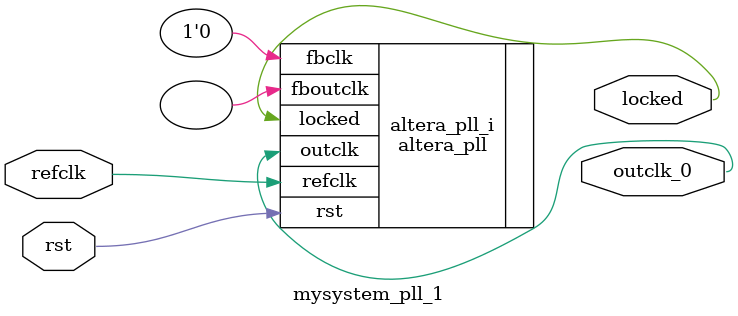
<source format=v>
`timescale 1ns/10ps
module  mysystem_pll_1(

	// interface 'refclk'
	input wire refclk,

	// interface 'reset'
	input wire rst,

	// interface 'outclk0'
	output wire outclk_0,

	// interface 'locked'
	output wire locked
);

	altera_pll #(
		.fractional_vco_multiplier("true"),
		.reference_clock_frequency("50.0 MHz"),
		.operation_mode("normal"),
		.number_of_clocks(1),
		.output_clock_frequency0("65.000000 MHz"),
		.phase_shift0("0 ps"),
		.duty_cycle0(50),
		.output_clock_frequency1("0 MHz"),
		.phase_shift1("0 ps"),
		.duty_cycle1(50),
		.output_clock_frequency2("0 MHz"),
		.phase_shift2("0 ps"),
		.duty_cycle2(50),
		.output_clock_frequency3("0 MHz"),
		.phase_shift3("0 ps"),
		.duty_cycle3(50),
		.output_clock_frequency4("0 MHz"),
		.phase_shift4("0 ps"),
		.duty_cycle4(50),
		.output_clock_frequency5("0 MHz"),
		.phase_shift5("0 ps"),
		.duty_cycle5(50),
		.output_clock_frequency6("0 MHz"),
		.phase_shift6("0 ps"),
		.duty_cycle6(50),
		.output_clock_frequency7("0 MHz"),
		.phase_shift7("0 ps"),
		.duty_cycle7(50),
		.output_clock_frequency8("0 MHz"),
		.phase_shift8("0 ps"),
		.duty_cycle8(50),
		.output_clock_frequency9("0 MHz"),
		.phase_shift9("0 ps"),
		.duty_cycle9(50),
		.output_clock_frequency10("0 MHz"),
		.phase_shift10("0 ps"),
		.duty_cycle10(50),
		.output_clock_frequency11("0 MHz"),
		.phase_shift11("0 ps"),
		.duty_cycle11(50),
		.output_clock_frequency12("0 MHz"),
		.phase_shift12("0 ps"),
		.duty_cycle12(50),
		.output_clock_frequency13("0 MHz"),
		.phase_shift13("0 ps"),
		.duty_cycle13(50),
		.output_clock_frequency14("0 MHz"),
		.phase_shift14("0 ps"),
		.duty_cycle14(50),
		.output_clock_frequency15("0 MHz"),
		.phase_shift15("0 ps"),
		.duty_cycle15(50),
		.output_clock_frequency16("0 MHz"),
		.phase_shift16("0 ps"),
		.duty_cycle16(50),
		.output_clock_frequency17("0 MHz"),
		.phase_shift17("0 ps"),
		.duty_cycle17(50),
		.pll_type("General"),
		.pll_subtype("General")
	) altera_pll_i (
		.rst	(rst),
		.outclk	({outclk_0}),
		.locked	(locked),
		.fboutclk	( ),
		.fbclk	(1'b0),
		.refclk	(refclk)
	);
endmodule


</source>
